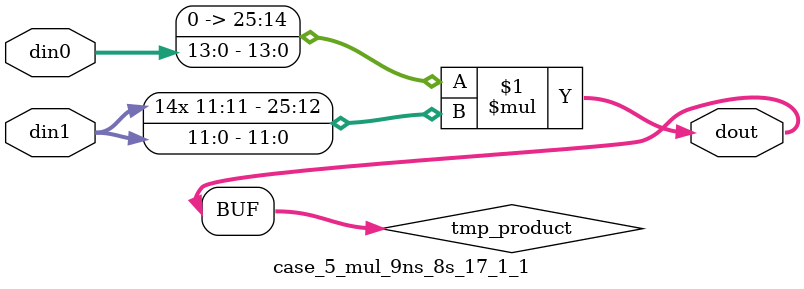
<source format=v>

`timescale 1 ns / 1 ps

 (* use_dsp = "no" *)  module case_5_mul_9ns_8s_17_1_1(din0, din1, dout);
parameter ID = 1;
parameter NUM_STAGE = 0;
parameter din0_WIDTH = 14;
parameter din1_WIDTH = 12;
parameter dout_WIDTH = 26;

input [din0_WIDTH - 1 : 0] din0; 
input [din1_WIDTH - 1 : 0] din1; 
output [dout_WIDTH - 1 : 0] dout;

wire signed [dout_WIDTH - 1 : 0] tmp_product;

























assign tmp_product = $signed({1'b0, din0}) * $signed(din1);










assign dout = tmp_product;





















endmodule

</source>
